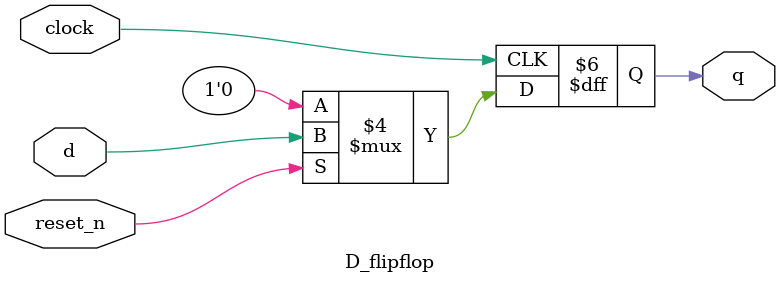
<source format=v>
module mux(LEDR, SW, KEY);
    input [9:0] SW;
	 input [3:0] KEY;
	 output [9:0] LEDR;
	 wire getout1, getout2, getout3, getout4, getout5, getout6, getout7,getout8;  
	 
	 mux2to1 M1(
	     .x(1'b0),
		  .y(LEDR[7]),
		  .s(KEY[3]),
		  .m(getout1)
		  );
	
	 ShifterBit B1(
	     .load_val(SW[7]),
		  .in(getout1),
		  .shift(KEY[2]),
		  .load_n(KEY[1]),
		  .clk(KEY[0]),
		  .reset_n(SW[9]),
		  .out(getout2)
		  );
	 
	 assign LEDR[7] = getout2;
	 
	 ShifterBit B2(
	     .load_val(SW[6]),
		  .in(getout2),
		  .shift(KEY[2]),
		  .load_n(KEY[1]),
		  .clk(KEY[0]),
		  .reset_n(SW[9]),
		  .out(getout3)
		  );
	 
	 assign LEDR[6] = getout3;
		  
	 ShifterBit B3(
	     .load_val(SW[5]),
		  .in(getout3),
		  .shift(KEY[2]),
		  .load_n(KEY[1]),
		  .clk(KEY[0]),
		  .reset_n(SW[9]),
		  .out(getout4)
		  );
	
	 assign LEDR[5] = getout4;
		  
	 ShifterBit B4(
	     .load_val(SW[4]),
		  .in(getout4),
		  .shift(KEY[2]),
		  .load_n(KEY[1]),
		  .clk(KEY[0]),
		  .reset_n(SW[9]),
		  .out(getout5)
		  );
	 
	 assign LEDR[4] = getout5;
		  
	 ShifterBit B5(
	     .load_val(SW[3]),
		  .in(getout5),
		  .shift(KEY[2]),
		  .load_n(KEY[1]),
		  .clk(KEY[0]),
		  .reset_n(SW[9]),
		  .out(getout6)
		  );
	 
	 assign LEDR[3] = getout6;
	 
	 ShifterBit B6(
	     .load_val(SW[2]),
		  .in(getout6),
		  .shift(KEY[2]),
		  .load_n(KEY[1]),
		  .clk(KEY[0]),
		  .reset_n(SW[9]),
		  .out(getout7)
		  );
	 
	 assign LEDR[2] = getout7;
		  
	 ShifterBit B7(
	     .load_val(SW[1]),
		  .in(getout7),
		  .shift(KEY[2]),
		  .load_n(KEY[1]),
		  .clk(KEY[0]),
		  .reset_n(SW[9]),
		  .out(getout8)
		  );
	 
	 assign LEDR[1] = getout8;
	 
	 ShifterBit B8(
	     .load_val(SW[0]),
		  .in(getout8),
		  .shift(KEY[2]),
		  .load_n(KEY[1]),
		  .clk(KEY[0]),
		  .reset_n(SW[9]),
		  .out(LEDR[0])
		  );
endmodule
 
module ShifterBit(load_val, in, shift, load_n, clk, reset_n, out);
    input load_val, in, shift, load_n, clk, reset_n;
	 output out;
	 wire connect1, connect2;
	 
	 mux2to1 M2(
	     .x(out),
		  .y(in),
		  .s(shift),
		  .m(connect1)
		  );
	 
	 mux2to1 M3(
	     .x(load_val),
		  .y(connect1),
		  .s(load_n),
		  .m(connect2)
		  );
	 
	 D_flipflop D1(
	     .d(connect2),
		  .clock(clk),
		  .reset_n(reset_n),
		  .q(out)
		  );
endmodule
	  
		  
module mux2to1(x, y, s, m);
    input x; //selected when s is 0
    input y; //selected when s is 1
    input s; //select signal
    output m; //output
  
    assign m = s & y | ~s & x;
endmodule

module D_flipflop(d, clock, reset_n, q);
	 parameter N = 1;
    input [N-1:0] d;
	 input [N-1:0] clock;
	 input [N-1:0] reset_n;
	 output [N-1:0] q;
	 reg [N-1:0] q;
	 
	 always @(posedge clock)
	 begin	 
		if (reset_n == 1'b0)
		    q <= 0;
		else
		    q <= d;
	 end
endmodule

</source>
